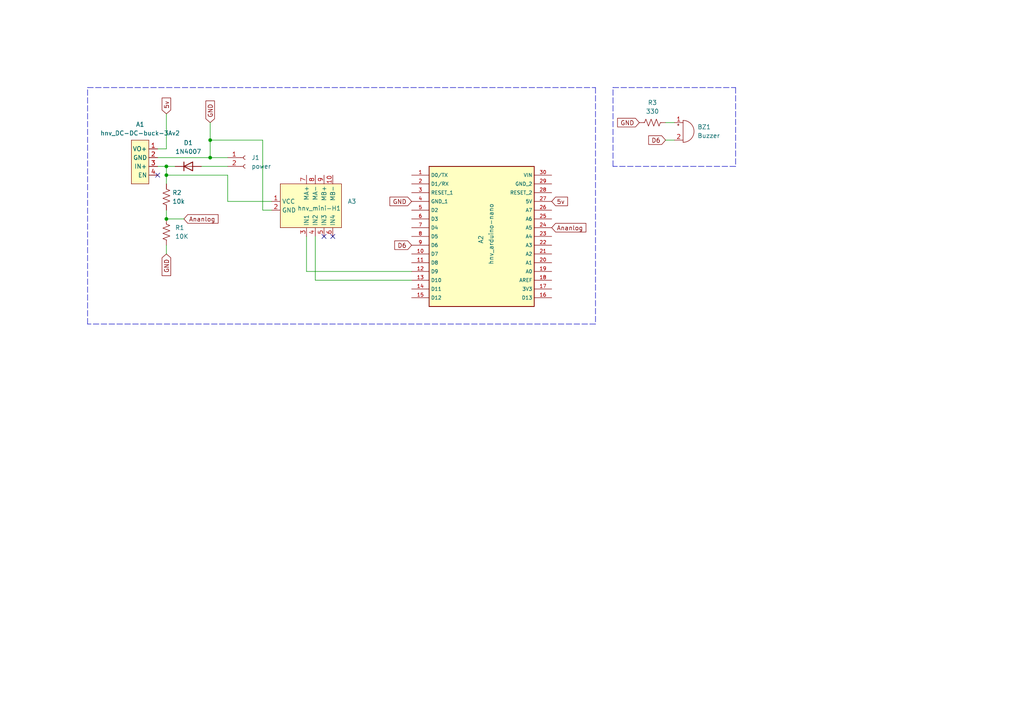
<source format=kicad_sch>
(kicad_sch (version 20211123) (generator eeschema)
  (paper "A4")
  (title_block (title "aa") (date "5/2/2023") (rev "Ver_1.0") (company "bb") (comment 1 "cc") (comment 2 "dd"))
  (lib_symbols
    (symbol "Connector:Conn_01x02_Female" (pin_names (offset 1.016) hide)
      (property "Reference" "J" (at 0 2.54 0))
      (property "Value" "Conn_01x02_Female" (at 0 -5.08 0))
      (symbol "Conn_01x02_Female_1_1"
        (arc (start 0 -2.032) (mid -0.508 -2.54) (end 0 -3.048) (stroke (width 0.1524)))
        (polyline (pts (xy -1.27 -2.54) (xy -0.508 -2.54)) (stroke (width 0.1524)))
        (polyline (pts (xy -1.27 0) (xy -0.508 0)) (stroke (width 0.1524)))
        (arc (start 0 0.508) (mid -0.508 0) (end 0 -0.508) (stroke (width 0.1524)))
        (pin passive line (at -5.08 0 0) (length 3.81) (name "Pin_1") (number "1"))
        (pin passive line (at -5.08 -2.54 0) (length 3.81) (name "Pin_2") (number "2"))
      )
    )
    (symbol "Device:Buzzer" (pin_names (offset 0.0254) hide)
      (property "Reference" "BZ" (at 3.81 1.27 0))
      (property "Value" "Buzzer" (at 3.81 -1.27 0))
      (symbol "Buzzer_0_1"
        (arc (start 0 -3.175) (mid 3.175 0) (end 0 3.175))
        (polyline (pts (xy -1.651 1.905) (xy -1.143 1.905)))
        (polyline (pts (xy -1.397 2.159) (xy -1.397 1.651)))
        (polyline (pts (xy 0 3.175) (xy 0 -3.175)))
      )
      (symbol "Buzzer_1_1"
        (pin passive line (at -2.54 2.54 0) (length 2.54) (name "-") (number "1"))
        (pin passive line (at -2.54 -2.54 0) (length 2.54) (name "+") (number "2"))
      )
    )
    (symbol "Device:R_US" (pin_numbers hide) (pin_names (offset 0))
      (property "Reference" "R" (at 2.54 0 90))
      (property "Value" "R_US" (at -2.54 0 90))
      (symbol "R_US_0_1"
        (polyline (pts (xy 0 -2.286) (xy 0 -2.54)))
        (polyline (pts (xy 0 2.286) (xy 0 2.54)))
        (polyline (pts (xy 0 -0.762) (xy 1.016 -1.143) (xy 0 -1.524) (xy -1.016 -1.905) (xy 0 -2.286)))
        (polyline (pts (xy 0 0.762) (xy 1.016 0.381) (xy 0 0) (xy -1.016 -0.381) (xy 0 -0.762)))
        (polyline (pts (xy 0 2.286) (xy 1.016 1.905) (xy 0 1.524) (xy -1.016 1.143) (xy 0 0.762)))
      )
      (symbol "R_US_1_1"
        (pin passive line (at 0 3.81 270) (length 1.27) (name "~") (number "1"))
        (pin passive line (at 0 -3.81 90) (length 1.27) (name "~") (number "2"))
      )
    )
    (symbol "Diode:1N4007" (pin_numbers hide) (pin_names hide)
      (property "Reference" "D" (at 0 2.54 0))
      (property "Value" "1N4007" (at 0 -2.54 0))
      (symbol "1N4007_0_1"
        (polyline (pts (xy -1.27 1.27) (xy -1.27 -1.27)) (stroke (width 0.254)))
        (polyline (pts (xy 1.27 0) (xy -1.27 0)))
        (polyline (pts (xy 1.27 1.27) (xy 1.27 -1.27) (xy -1.27 0) (xy 1.27 1.27)) (stroke (width 0.254)))
      )
      (symbol "1N4007_1_1"
        (pin passive line (at -3.81 0 0) (length 2.54) (name "K") (number "1"))
        (pin passive line (at 3.81 0 180) (length 2.54) (name "A") (number "2"))
      )
    )
    (symbol "hnv_arduino-nano_1"
      (property "Reference" "A" (at 2.54 -3.175 90))
      (property "Value" "hnv_arduino-nano_1" (at -0.635 -3.81 90))
      (symbol "hnv_arduino-nano_1_0_0"
        (rectangle (start -15.24 -20.32) (end 15.24 20.32) (stroke (width 0.254)) (fill (type background)))
        (pin bidirectional line (at -20.32 17.78 0) (length 5.08) (name "D0/TX") (number "1"))
        (pin bidirectional line (at -20.32 -5.08 0) (length 5.08) (name "D7") (number "10"))
        (pin bidirectional line (at -20.32 -7.62 0) (length 5.08) (name "D8") (number "11"))
        (pin bidirectional line (at -20.32 -10.16 0) (length 5.08) (name "D9") (number "12"))
        (pin bidirectional line (at -20.32 -12.7 0) (length 5.08) (name "D10") (number "13"))
        (pin bidirectional line (at -20.32 -15.24 0) (length 5.08) (name "D11") (number "14"))
        (pin bidirectional line (at -20.32 -17.78 0) (length 5.08) (name "D12") (number "15"))
        (pin bidirectional line (at 20.32 -17.78 180) (length 5.08) (name "D13") (number "16"))
        (pin power_in line (at 20.32 -15.24 180) (length 5.08) (name "3V3") (number "17"))
        (pin input line (at 20.32 -12.7 180) (length 5.08) (name "AREF") (number "18"))
        (pin input line (at 20.32 -10.16 180) (length 5.08) (name "A0") (number "19"))
        (pin bidirectional line (at -20.32 15.24 0) (length 5.08) (name "D1/RX") (number "2"))
        (pin input line (at 20.32 -7.62 180) (length 5.08) (name "A1") (number "20"))
        (pin input line (at 20.32 -5.08 180) (length 5.08) (name "A2") (number "21"))
        (pin input line (at 20.32 -2.54 180) (length 5.08) (name "A3") (number "22"))
        (pin input line (at 20.32 0 180) (length 5.08) (name "A4") (number "23"))
        (pin input line (at 20.32 2.54 180) (length 5.08) (name "A5") (number "24"))
        (pin input line (at 20.32 5.08 180) (length 5.08) (name "A6") (number "25"))
        (pin input line (at 20.32 7.62 180) (length 5.08) (name "A7") (number "26"))
        (pin power_in line (at 20.32 10.16 180) (length 5.08) (name "5V") (number "27"))
        (pin input line (at 20.32 12.7 180) (length 5.08) (name "RESET_2") (number "28"))
        (pin power_in line (at 20.32 15.24 180) (length 5.08) (name "GND_2") (number "29"))
        (pin input line (at -20.32 12.7 0) (length 5.08) (name "RESET_1") (number "3"))
        (pin power_in line (at 20.32 17.78 180) (length 5.08) (name "VIN") (number "30"))
        (pin power_in line (at -20.32 10.16 0) (length 5.08) (name "GND_1") (number "4"))
        (pin bidirectional line (at -20.32 7.62 0) (length 5.08) (name "D2") (number "5"))
        (pin bidirectional line (at -20.32 5.08 0) (length 5.08) (name "D3") (number "6"))
        (pin bidirectional line (at -20.32 2.54 0) (length 5.08) (name "D4") (number "7"))
        (pin bidirectional line (at -20.32 0 0) (length 5.08) (name "D5") (number "8"))
        (pin bidirectional line (at -20.32 -2.54 0) (length 5.08) (name "D6") (number "9"))
      )
    )
    (symbol "hnv_driver-motor:hnv_mini-H1"
      (property "Reference" "A" (at 3.175 8.89 0))
      (property "Value" "hnv_mini-H1" (at 13.335 0.635 0))
      (symbol "hnv_mini-H1_0_0"
        (rectangle (start 2.54 7.62) (end 20.32 -5.08) (fill (type background)))
      )
      (symbol "hnv_mini-H1_1_1"
        (pin input line (at 0 2.54 0) (length 2.54) (name "VCC") (number "1"))
        (pin input line (at 17.78 10.16 270) (length 2.54) (name "MB-") (number "10"))
        (pin input line (at 0 0 0) (length 2.54) (name "GND") (number "2"))
        (pin input line (at 10.16 -7.62 90) (length 2.54) (name "IN1") (number "3"))
        (pin input line (at 12.7 -7.62 90) (length 2.54) (name "IN2") (number "4"))
        (pin input line (at 15.24 -7.62 90) (length 2.54) (name "IN3") (number "5"))
        (pin input line (at 17.78 -7.62 90) (length 2.54) (name "IN4") (number "6"))
        (pin input line (at 10.16 10.16 270) (length 2.54) (name "MA+") (number "7"))
        (pin input line (at 12.7 10.16 270) (length 2.54) (name "MA-") (number "8"))
        (pin input line (at 15.24 10.16 270) (length 2.54) (name "MB+") (number "9"))
      )
    )
    (symbol "hnv_power_supply:hnv_DC-DC-buck-3Av2"
      (property "Reference" "A" (at 3.048 11.176 0))
      (property "Value" "hnv_DC-DC-buck-3Av2" (at 8.89 3.302 90))
      (symbol "hnv_DC-DC-buck-3Av2_0_1"
        (rectangle (start 2.54 10.16) (end 7.62 -2.54) (fill (type background)))
      )
      (symbol "hnv_DC-DC-buck-3Av2_1_1"
        (pin input line (at 0 0 0) (length 2.54) (name "VO+") (number "1"))
        (pin input line (at 0 2.54 0) (length 2.54) (name "GND") (number "2"))
        (pin input line (at 0 5.08 0) (length 2.54) (name "IN+") (number "3"))
        (pin input line (at 0 7.62 0) (length 2.54) (name "EN") (number "4"))
      )
    )
  )
  (junction (at 48.26 63.5))
  (junction (at 60.96 40.64))
  (junction (at 48.26 48.26))
  (junction (at 60.96 45.72))
  (junction (at 48.26 50.8))
  (no_connect (at 45.72 50.8))
  (no_connect (at 93.98 68.58))
  (no_connect (at 96.52 68.58))
  (wire (pts (xy 76.2 60.96) (xy 76.2 40.64)))
  (wire (pts (xy 48.26 33.02) (xy 48.26 43.18)))
  (wire (pts (xy 45.72 48.26) (xy 48.26 48.26)))
  (wire (pts (xy 60.96 40.64) (xy 76.2 40.64)))
  (wire (pts (xy 193.04 40.64) (xy 195.58 40.64)))
  (wire (pts (xy 48.26 43.18) (xy 45.72 43.18)))
  (wire (pts (xy 45.72 45.72) (xy 60.96 45.72)))
  (polyline (pts (xy 25.4 25.4) (xy 172.72 25.4)))
  (wire (pts (xy 53.34 63.5) (xy 48.26 63.5)))
  (wire (pts (xy 48.26 53.34) (xy 48.26 50.8)))
  (wire (pts (xy 66.04 50.8) (xy 48.26 50.8)))
  (polyline (pts (xy 177.8 48.26) (xy 177.8 25.4)))
  (polyline (pts (xy 25.4 93.98) (xy 25.4 25.4)))
  (wire (pts (xy 91.44 81.28) (xy 119.38 81.28)))
  (wire (pts (xy 48.26 50.8) (xy 48.26 48.26)))
  (wire (pts (xy 193.04 35.56) (xy 195.58 35.56)))
  (polyline (pts (xy 213.36 25.4) (xy 213.36 48.26)))
  (wire (pts (xy 76.2 60.96) (xy 78.74 60.96)))
  (wire (pts (xy 48.26 48.26) (xy 50.8 48.26)))
  (wire (pts (xy 60.96 45.72) (xy 66.04 45.72)))
  (wire (pts (xy 91.44 68.58) (xy 91.44 81.28)))
  (polyline (pts (xy 177.8 25.4) (xy 177.8 25.4)))
  (polyline (pts (xy 213.36 48.26) (xy 177.8 48.26)))
  (wire (pts (xy 58.42 48.26) (xy 66.04 48.26)))
  (polyline (pts (xy 172.72 93.98) (xy 25.4 93.98)))
  (wire (pts (xy 66.04 58.42) (xy 66.04 50.8)))
  (polyline (pts (xy 172.72 25.4) (xy 172.72 93.98)))
  (polyline (pts (xy 177.8 25.4) (xy 213.36 25.4)))
  (wire (pts (xy 88.9 68.58) (xy 88.9 78.74)))
  (wire (pts (xy 60.96 35.56) (xy 60.96 40.64)))
  (wire (pts (xy 48.26 60.96) (xy 48.26 63.5)))
  (wire (pts (xy 66.04 58.42) (xy 78.74 58.42)))
  (wire (pts (xy 60.96 40.64) (xy 60.96 45.72)))
  (wire (pts (xy 48.26 71.12) (xy 48.26 73.66)))
  (wire (pts (xy 88.9 78.74) (xy 119.38 78.74)))
  (global_label "D6" (shape input) (at 119.38 71.12 180) (property "Intersheet References" "${INTERSHEET_REFS}" (effects hide)))
  (global_label "GND" (shape input) (at 60.96 35.56 90) (property "Intersheet References" "${INTERSHEET_REFS}" (effects hide)))
  (global_label "GND" (shape input) (at 185.42 35.56 180) (property "Intersheet References" "${INTERSHEET_REFS}" (effects hide)))
  (global_label "Ananlog" (shape input) (at 160.02 66.04 0) (property "Intersheet References" "${INTERSHEET_REFS}" (effects hide)))
  (global_label "GND" (shape input) (at 48.26 73.66 270) (property "Intersheet References" "${INTERSHEET_REFS}" (effects hide)))
  (global_label "GND" (shape input) (at 119.38 58.42 180) (property "Intersheet References" "${INTERSHEET_REFS}" (effects hide)))
  (global_label "Ananlog" (shape input) (at 53.34 63.5 0) (property "Intersheet References" "${INTERSHEET_REFS}" (effects hide)))
  (global_label "D6" (shape input) (at 193.04 40.64 180) (property "Intersheet References" "${INTERSHEET_REFS}" (effects hide)))
  (global_label "5v" (shape input) (at 48.26 33.02 90) (property "Intersheet References" "${INTERSHEET_REFS}" (effects hide)))
  (global_label "5v" (shape input) (at 160.02 58.42 0) (property "Intersheet References" "${INTERSHEET_REFS}" (effects hide)))
  (symbol (lib_id "Connector:Conn_01x02_Female") (at 71.12 45.72 0) (unit 1)
    (property "Reference" "J1" (at 72.9215 45.7199 0) (effects (justify left)))
    (property "Value" "power" (at 72.9215 48.2599 0) (effects (justify left)))
    (property "Footprint" "Connector_AMASS:AMASS_XT30UPB-F_1x02_P5.0mm_Vertical" (effects hide))
  )
  (symbol (lib_id "Device:R_US") (at 189.23 35.56 270) (unit 1)
    (property "Reference" "R3" (at 189.23 29.7655 90))
    (property "Value" "330" (at 189.23 32.3055 90))
    (property "Footprint" "Resistor_THT:R_Axial_DIN0204_L3.6mm_D1.6mm_P7.62mm_Horizontal" (effects hide))
  )
  (symbol (lib_name "hnv_arduino-nano_1") (lib_id "hnv_arduino:hnv_arduino-nano") (at 139.7 68.58 0) (unit 1)
    (property "Reference" "A2" (at 139.4842 69.4476 90))
    (property "Value" "hnv_arduino-nano" (at 142.464 67.8513 90))
    (property "Footprint" "hnv_aruduino:hnv_arduino_nano" (effects hide))
  )
  (symbol (lib_id "Device:R_US") (at 48.26 67.31 0) (unit 1)
    (property "Reference" "R1" (at 50.7785 66.0399 0) (effects (justify left)))
    (property "Value" "10K" (at 50.7785 68.5799 0) (effects (justify left)))
    (property "Footprint" "Resistor_THT:R_Axial_DIN0204_L3.6mm_D1.6mm_P7.62mm_Horizontal" (effects hide))
  )
  (symbol (lib_id "Device:R_US") (at 48.26 57.15 0) (unit 1)
    (property "Reference" "R2" (at 49.9755 55.8799 0) (effects (justify left)))
    (property "Value" "10k" (at 49.9755 58.4199 0) (effects (justify left)))
    (property "Footprint" "Resistor_THT:R_Axial_DIN0204_L3.6mm_D1.6mm_P7.62mm_Horizontal" (effects hide))
  )
  (symbol (lib_id "Device:Buzzer") (at 198.12 38.1 0) (unit 1)
    (property "Reference" "BZ1" (at 202.279 36.8299 0) (effects (justify left)))
    (property "Value" "Buzzer" (at 202.279 39.3699 0) (effects (justify left)))
    (property "Footprint" "Buzzer_Beeper:Buzzer_12x9.5RM7.6" (effects hide))
  )
  (symbol (lib_id "hnv_power_supply:hnv_DC-DC-buck-3Av2") (at 45.72 43.18 180) (unit 1)
    (property "Reference" "A1" (at 40.64 36.0889 0))
    (property "Value" "hnv_DC-DC-buck-3Av2" (at 40.64 38.6289 0))
    (property "Footprint" "hnv_power-supply:DC-DC-buck-3Av2" (effects hide))
  )
  (symbol (lib_id "Diode:1N4007") (at 54.61 48.26 0) (unit 1)
    (property "Reference" "D1" (at 54.61 41.4205 0))
    (property "Value" "1N4007" (at 54.61 43.9605 0))
    (property "Footprint" "Diode_THT:D_DO-41_SOD81_P10.16mm_Horizontal" (effects hide))
    (property "Datasheet" "http://www.vishay.com/docs/88503/1n4001.pdf" (effects hide))
  )
  (symbol (lib_id "hnv_driver-motor:hnv_mini-H1") (at 78.74 60.96 0) (unit 1)
    (property "Reference" "A3" (at 100.8141 58.4199 0) (effects (justify left)))
    (property "Value" "hnv_mini-H1" (at 86.272 60.4234 0) (effects (justify left)))
    (property "Footprint" "HNV_driver-motorDC:hnv_mini_H1" (effects hide))
  )
)
</source>
